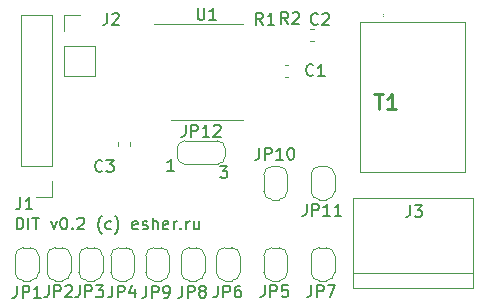
<source format=gbr>
G04 #@! TF.GenerationSoftware,KiCad,Pcbnew,(6.0.2)*
G04 #@! TF.CreationDate,2022-07-04T11:46:19+05:00*
G04 #@! TF.ProjectId,18bit-DIT,31386269-742d-4444-9954-2e6b69636164,rev?*
G04 #@! TF.SameCoordinates,Original*
G04 #@! TF.FileFunction,Legend,Top*
G04 #@! TF.FilePolarity,Positive*
%FSLAX46Y46*%
G04 Gerber Fmt 4.6, Leading zero omitted, Abs format (unit mm)*
G04 Created by KiCad (PCBNEW (6.0.2)) date 2022-07-04 11:46:19*
%MOMM*%
%LPD*%
G01*
G04 APERTURE LIST*
%ADD10C,0.150000*%
%ADD11C,0.254000*%
%ADD12C,0.120000*%
%ADD13C,0.100000*%
G04 APERTURE END LIST*
D10*
X125075714Y-71922380D02*
X125075714Y-70922380D01*
X125313809Y-70922380D01*
X125456666Y-70970000D01*
X125551904Y-71065238D01*
X125599523Y-71160476D01*
X125647142Y-71350952D01*
X125647142Y-71493809D01*
X125599523Y-71684285D01*
X125551904Y-71779523D01*
X125456666Y-71874761D01*
X125313809Y-71922380D01*
X125075714Y-71922380D01*
X126075714Y-71922380D02*
X126075714Y-70922380D01*
X126409047Y-70922380D02*
X126980476Y-70922380D01*
X126694761Y-71922380D02*
X126694761Y-70922380D01*
X127980476Y-71255714D02*
X128218571Y-71922380D01*
X128456666Y-71255714D01*
X129028095Y-70922380D02*
X129123333Y-70922380D01*
X129218571Y-70970000D01*
X129266190Y-71017619D01*
X129313809Y-71112857D01*
X129361428Y-71303333D01*
X129361428Y-71541428D01*
X129313809Y-71731904D01*
X129266190Y-71827142D01*
X129218571Y-71874761D01*
X129123333Y-71922380D01*
X129028095Y-71922380D01*
X128932857Y-71874761D01*
X128885238Y-71827142D01*
X128837619Y-71731904D01*
X128790000Y-71541428D01*
X128790000Y-71303333D01*
X128837619Y-71112857D01*
X128885238Y-71017619D01*
X128932857Y-70970000D01*
X129028095Y-70922380D01*
X129790000Y-71827142D02*
X129837619Y-71874761D01*
X129790000Y-71922380D01*
X129742380Y-71874761D01*
X129790000Y-71827142D01*
X129790000Y-71922380D01*
X130218571Y-71017619D02*
X130266190Y-70970000D01*
X130361428Y-70922380D01*
X130599523Y-70922380D01*
X130694761Y-70970000D01*
X130742380Y-71017619D01*
X130790000Y-71112857D01*
X130790000Y-71208095D01*
X130742380Y-71350952D01*
X130170952Y-71922380D01*
X130790000Y-71922380D01*
X132266190Y-72303333D02*
X132218571Y-72255714D01*
X132123333Y-72112857D01*
X132075714Y-72017619D01*
X132028095Y-71874761D01*
X131980476Y-71636666D01*
X131980476Y-71446190D01*
X132028095Y-71208095D01*
X132075714Y-71065238D01*
X132123333Y-70970000D01*
X132218571Y-70827142D01*
X132266190Y-70779523D01*
X133075714Y-71874761D02*
X132980476Y-71922380D01*
X132790000Y-71922380D01*
X132694761Y-71874761D01*
X132647142Y-71827142D01*
X132599523Y-71731904D01*
X132599523Y-71446190D01*
X132647142Y-71350952D01*
X132694761Y-71303333D01*
X132790000Y-71255714D01*
X132980476Y-71255714D01*
X133075714Y-71303333D01*
X133409047Y-72303333D02*
X133456666Y-72255714D01*
X133551904Y-72112857D01*
X133599523Y-72017619D01*
X133647142Y-71874761D01*
X133694761Y-71636666D01*
X133694761Y-71446190D01*
X133647142Y-71208095D01*
X133599523Y-71065238D01*
X133551904Y-70970000D01*
X133456666Y-70827142D01*
X133409047Y-70779523D01*
X135313809Y-71874761D02*
X135218571Y-71922380D01*
X135028095Y-71922380D01*
X134932857Y-71874761D01*
X134885238Y-71779523D01*
X134885238Y-71398571D01*
X134932857Y-71303333D01*
X135028095Y-71255714D01*
X135218571Y-71255714D01*
X135313809Y-71303333D01*
X135361428Y-71398571D01*
X135361428Y-71493809D01*
X134885238Y-71589047D01*
X135742380Y-71874761D02*
X135837619Y-71922380D01*
X136028095Y-71922380D01*
X136123333Y-71874761D01*
X136170952Y-71779523D01*
X136170952Y-71731904D01*
X136123333Y-71636666D01*
X136028095Y-71589047D01*
X135885238Y-71589047D01*
X135790000Y-71541428D01*
X135742380Y-71446190D01*
X135742380Y-71398571D01*
X135790000Y-71303333D01*
X135885238Y-71255714D01*
X136028095Y-71255714D01*
X136123333Y-71303333D01*
X136599523Y-71922380D02*
X136599523Y-70922380D01*
X137028095Y-71922380D02*
X137028095Y-71398571D01*
X136980476Y-71303333D01*
X136885238Y-71255714D01*
X136742380Y-71255714D01*
X136647142Y-71303333D01*
X136599523Y-71350952D01*
X137885238Y-71874761D02*
X137790000Y-71922380D01*
X137599523Y-71922380D01*
X137504285Y-71874761D01*
X137456666Y-71779523D01*
X137456666Y-71398571D01*
X137504285Y-71303333D01*
X137599523Y-71255714D01*
X137790000Y-71255714D01*
X137885238Y-71303333D01*
X137932857Y-71398571D01*
X137932857Y-71493809D01*
X137456666Y-71589047D01*
X138361428Y-71922380D02*
X138361428Y-71255714D01*
X138361428Y-71446190D02*
X138409047Y-71350952D01*
X138456666Y-71303333D01*
X138551904Y-71255714D01*
X138647142Y-71255714D01*
X138980476Y-71827142D02*
X139028095Y-71874761D01*
X138980476Y-71922380D01*
X138932857Y-71874761D01*
X138980476Y-71827142D01*
X138980476Y-71922380D01*
X139456666Y-71922380D02*
X139456666Y-71255714D01*
X139456666Y-71446190D02*
X139504285Y-71350952D01*
X139551904Y-71303333D01*
X139647142Y-71255714D01*
X139742380Y-71255714D01*
X140504285Y-71255714D02*
X140504285Y-71922380D01*
X140075714Y-71255714D02*
X140075714Y-71779523D01*
X140123333Y-71874761D01*
X140218571Y-71922380D01*
X140361428Y-71922380D01*
X140456666Y-71874761D01*
X140504285Y-71827142D01*
X150583333Y-54527142D02*
X150535714Y-54574761D01*
X150392857Y-54622380D01*
X150297619Y-54622380D01*
X150154761Y-54574761D01*
X150059523Y-54479523D01*
X150011904Y-54384285D01*
X149964285Y-54193809D01*
X149964285Y-54050952D01*
X150011904Y-53860476D01*
X150059523Y-53765238D01*
X150154761Y-53670000D01*
X150297619Y-53622380D01*
X150392857Y-53622380D01*
X150535714Y-53670000D01*
X150583333Y-53717619D01*
X150964285Y-53717619D02*
X151011904Y-53670000D01*
X151107142Y-53622380D01*
X151345238Y-53622380D01*
X151440476Y-53670000D01*
X151488095Y-53717619D01*
X151535714Y-53812857D01*
X151535714Y-53908095D01*
X151488095Y-54050952D01*
X150916666Y-54622380D01*
X151535714Y-54622380D01*
X125406666Y-69212380D02*
X125406666Y-69926666D01*
X125359047Y-70069523D01*
X125263809Y-70164761D01*
X125120952Y-70212380D01*
X125025714Y-70212380D01*
X126406666Y-70212380D02*
X125835238Y-70212380D01*
X126120952Y-70212380D02*
X126120952Y-69212380D01*
X126025714Y-69355238D01*
X125930476Y-69450476D01*
X125835238Y-69498095D01*
X158396666Y-69872380D02*
X158396666Y-70586666D01*
X158349047Y-70729523D01*
X158253809Y-70824761D01*
X158110952Y-70872380D01*
X158015714Y-70872380D01*
X158777619Y-69872380D02*
X159396666Y-69872380D01*
X159063333Y-70253333D01*
X159206190Y-70253333D01*
X159301428Y-70300952D01*
X159349047Y-70348571D01*
X159396666Y-70443809D01*
X159396666Y-70681904D01*
X159349047Y-70777142D01*
X159301428Y-70824761D01*
X159206190Y-70872380D01*
X158920476Y-70872380D01*
X158825238Y-70824761D01*
X158777619Y-70777142D01*
X145943333Y-54582380D02*
X145610000Y-54106190D01*
X145371904Y-54582380D02*
X145371904Y-53582380D01*
X145752857Y-53582380D01*
X145848095Y-53630000D01*
X145895714Y-53677619D01*
X145943333Y-53772857D01*
X145943333Y-53915714D01*
X145895714Y-54010952D01*
X145848095Y-54058571D01*
X145752857Y-54106190D01*
X145371904Y-54106190D01*
X146895714Y-54582380D02*
X146324285Y-54582380D01*
X146610000Y-54582380D02*
X146610000Y-53582380D01*
X146514761Y-53725238D01*
X146419523Y-53820476D01*
X146324285Y-53868095D01*
X148073333Y-54542380D02*
X147740000Y-54066190D01*
X147501904Y-54542380D02*
X147501904Y-53542380D01*
X147882857Y-53542380D01*
X147978095Y-53590000D01*
X148025714Y-53637619D01*
X148073333Y-53732857D01*
X148073333Y-53875714D01*
X148025714Y-53970952D01*
X147978095Y-54018571D01*
X147882857Y-54066190D01*
X147501904Y-54066190D01*
X148454285Y-53637619D02*
X148501904Y-53590000D01*
X148597142Y-53542380D01*
X148835238Y-53542380D01*
X148930476Y-53590000D01*
X148978095Y-53637619D01*
X149025714Y-53732857D01*
X149025714Y-53828095D01*
X148978095Y-53970952D01*
X148406666Y-54542380D01*
X149025714Y-54542380D01*
X140408095Y-53192380D02*
X140408095Y-54001904D01*
X140455714Y-54097142D01*
X140503333Y-54144761D01*
X140598571Y-54192380D01*
X140789047Y-54192380D01*
X140884285Y-54144761D01*
X140931904Y-54097142D01*
X140979523Y-54001904D01*
X140979523Y-53192380D01*
X141979523Y-54192380D02*
X141408095Y-54192380D01*
X141693809Y-54192380D02*
X141693809Y-53192380D01*
X141598571Y-53335238D01*
X141503333Y-53430476D01*
X141408095Y-53478095D01*
X132333333Y-66957142D02*
X132285714Y-67004761D01*
X132142857Y-67052380D01*
X132047619Y-67052380D01*
X131904761Y-67004761D01*
X131809523Y-66909523D01*
X131761904Y-66814285D01*
X131714285Y-66623809D01*
X131714285Y-66480952D01*
X131761904Y-66290476D01*
X131809523Y-66195238D01*
X131904761Y-66100000D01*
X132047619Y-66052380D01*
X132142857Y-66052380D01*
X132285714Y-66100000D01*
X132333333Y-66147619D01*
X132666666Y-66052380D02*
X133285714Y-66052380D01*
X132952380Y-66433333D01*
X133095238Y-66433333D01*
X133190476Y-66480952D01*
X133238095Y-66528571D01*
X133285714Y-66623809D01*
X133285714Y-66861904D01*
X133238095Y-66957142D01*
X133190476Y-67004761D01*
X133095238Y-67052380D01*
X132809523Y-67052380D01*
X132714285Y-67004761D01*
X132666666Y-66957142D01*
X125106666Y-76712380D02*
X125106666Y-77426666D01*
X125059047Y-77569523D01*
X124963809Y-77664761D01*
X124820952Y-77712380D01*
X124725714Y-77712380D01*
X125582857Y-77712380D02*
X125582857Y-76712380D01*
X125963809Y-76712380D01*
X126059047Y-76760000D01*
X126106666Y-76807619D01*
X126154285Y-76902857D01*
X126154285Y-77045714D01*
X126106666Y-77140952D01*
X126059047Y-77188571D01*
X125963809Y-77236190D01*
X125582857Y-77236190D01*
X127106666Y-77712380D02*
X126535238Y-77712380D01*
X126820952Y-77712380D02*
X126820952Y-76712380D01*
X126725714Y-76855238D01*
X126630476Y-76950476D01*
X126535238Y-76998095D01*
X127786666Y-76662380D02*
X127786666Y-77376666D01*
X127739047Y-77519523D01*
X127643809Y-77614761D01*
X127500952Y-77662380D01*
X127405714Y-77662380D01*
X128262857Y-77662380D02*
X128262857Y-76662380D01*
X128643809Y-76662380D01*
X128739047Y-76710000D01*
X128786666Y-76757619D01*
X128834285Y-76852857D01*
X128834285Y-76995714D01*
X128786666Y-77090952D01*
X128739047Y-77138571D01*
X128643809Y-77186190D01*
X128262857Y-77186190D01*
X129215238Y-76757619D02*
X129262857Y-76710000D01*
X129358095Y-76662380D01*
X129596190Y-76662380D01*
X129691428Y-76710000D01*
X129739047Y-76757619D01*
X129786666Y-76852857D01*
X129786666Y-76948095D01*
X129739047Y-77090952D01*
X129167619Y-77662380D01*
X129786666Y-77662380D01*
X130406666Y-76662380D02*
X130406666Y-77376666D01*
X130359047Y-77519523D01*
X130263809Y-77614761D01*
X130120952Y-77662380D01*
X130025714Y-77662380D01*
X130882857Y-77662380D02*
X130882857Y-76662380D01*
X131263809Y-76662380D01*
X131359047Y-76710000D01*
X131406666Y-76757619D01*
X131454285Y-76852857D01*
X131454285Y-76995714D01*
X131406666Y-77090952D01*
X131359047Y-77138571D01*
X131263809Y-77186190D01*
X130882857Y-77186190D01*
X131787619Y-76662380D02*
X132406666Y-76662380D01*
X132073333Y-77043333D01*
X132216190Y-77043333D01*
X132311428Y-77090952D01*
X132359047Y-77138571D01*
X132406666Y-77233809D01*
X132406666Y-77471904D01*
X132359047Y-77567142D01*
X132311428Y-77614761D01*
X132216190Y-77662380D01*
X131930476Y-77662380D01*
X131835238Y-77614761D01*
X131787619Y-77567142D01*
X133176666Y-76682380D02*
X133176666Y-77396666D01*
X133129047Y-77539523D01*
X133033809Y-77634761D01*
X132890952Y-77682380D01*
X132795714Y-77682380D01*
X133652857Y-77682380D02*
X133652857Y-76682380D01*
X134033809Y-76682380D01*
X134129047Y-76730000D01*
X134176666Y-76777619D01*
X134224285Y-76872857D01*
X134224285Y-77015714D01*
X134176666Y-77110952D01*
X134129047Y-77158571D01*
X134033809Y-77206190D01*
X133652857Y-77206190D01*
X135081428Y-77015714D02*
X135081428Y-77682380D01*
X134843333Y-76634761D02*
X134605238Y-77349047D01*
X135224285Y-77349047D01*
X146076666Y-76652380D02*
X146076666Y-77366666D01*
X146029047Y-77509523D01*
X145933809Y-77604761D01*
X145790952Y-77652380D01*
X145695714Y-77652380D01*
X146552857Y-77652380D02*
X146552857Y-76652380D01*
X146933809Y-76652380D01*
X147029047Y-76700000D01*
X147076666Y-76747619D01*
X147124285Y-76842857D01*
X147124285Y-76985714D01*
X147076666Y-77080952D01*
X147029047Y-77128571D01*
X146933809Y-77176190D01*
X146552857Y-77176190D01*
X148029047Y-76652380D02*
X147552857Y-76652380D01*
X147505238Y-77128571D01*
X147552857Y-77080952D01*
X147648095Y-77033333D01*
X147886190Y-77033333D01*
X147981428Y-77080952D01*
X148029047Y-77128571D01*
X148076666Y-77223809D01*
X148076666Y-77461904D01*
X148029047Y-77557142D01*
X147981428Y-77604761D01*
X147886190Y-77652380D01*
X147648095Y-77652380D01*
X147552857Y-77604761D01*
X147505238Y-77557142D01*
X142106666Y-76682380D02*
X142106666Y-77396666D01*
X142059047Y-77539523D01*
X141963809Y-77634761D01*
X141820952Y-77682380D01*
X141725714Y-77682380D01*
X142582857Y-77682380D02*
X142582857Y-76682380D01*
X142963809Y-76682380D01*
X143059047Y-76730000D01*
X143106666Y-76777619D01*
X143154285Y-76872857D01*
X143154285Y-77015714D01*
X143106666Y-77110952D01*
X143059047Y-77158571D01*
X142963809Y-77206190D01*
X142582857Y-77206190D01*
X144011428Y-76682380D02*
X143820952Y-76682380D01*
X143725714Y-76730000D01*
X143678095Y-76777619D01*
X143582857Y-76920476D01*
X143535238Y-77110952D01*
X143535238Y-77491904D01*
X143582857Y-77587142D01*
X143630476Y-77634761D01*
X143725714Y-77682380D01*
X143916190Y-77682380D01*
X144011428Y-77634761D01*
X144059047Y-77587142D01*
X144106666Y-77491904D01*
X144106666Y-77253809D01*
X144059047Y-77158571D01*
X144011428Y-77110952D01*
X143916190Y-77063333D01*
X143725714Y-77063333D01*
X143630476Y-77110952D01*
X143582857Y-77158571D01*
X143535238Y-77253809D01*
X150026666Y-76642380D02*
X150026666Y-77356666D01*
X149979047Y-77499523D01*
X149883809Y-77594761D01*
X149740952Y-77642380D01*
X149645714Y-77642380D01*
X150502857Y-77642380D02*
X150502857Y-76642380D01*
X150883809Y-76642380D01*
X150979047Y-76690000D01*
X151026666Y-76737619D01*
X151074285Y-76832857D01*
X151074285Y-76975714D01*
X151026666Y-77070952D01*
X150979047Y-77118571D01*
X150883809Y-77166190D01*
X150502857Y-77166190D01*
X151407619Y-76642380D02*
X152074285Y-76642380D01*
X151645714Y-77642380D01*
X139096666Y-76702380D02*
X139096666Y-77416666D01*
X139049047Y-77559523D01*
X138953809Y-77654761D01*
X138810952Y-77702380D01*
X138715714Y-77702380D01*
X139572857Y-77702380D02*
X139572857Y-76702380D01*
X139953809Y-76702380D01*
X140049047Y-76750000D01*
X140096666Y-76797619D01*
X140144285Y-76892857D01*
X140144285Y-77035714D01*
X140096666Y-77130952D01*
X140049047Y-77178571D01*
X139953809Y-77226190D01*
X139572857Y-77226190D01*
X140715714Y-77130952D02*
X140620476Y-77083333D01*
X140572857Y-77035714D01*
X140525238Y-76940476D01*
X140525238Y-76892857D01*
X140572857Y-76797619D01*
X140620476Y-76750000D01*
X140715714Y-76702380D01*
X140906190Y-76702380D01*
X141001428Y-76750000D01*
X141049047Y-76797619D01*
X141096666Y-76892857D01*
X141096666Y-76940476D01*
X141049047Y-77035714D01*
X141001428Y-77083333D01*
X140906190Y-77130952D01*
X140715714Y-77130952D01*
X140620476Y-77178571D01*
X140572857Y-77226190D01*
X140525238Y-77321428D01*
X140525238Y-77511904D01*
X140572857Y-77607142D01*
X140620476Y-77654761D01*
X140715714Y-77702380D01*
X140906190Y-77702380D01*
X141001428Y-77654761D01*
X141049047Y-77607142D01*
X141096666Y-77511904D01*
X141096666Y-77321428D01*
X141049047Y-77226190D01*
X141001428Y-77178571D01*
X140906190Y-77130952D01*
X136056666Y-76722380D02*
X136056666Y-77436666D01*
X136009047Y-77579523D01*
X135913809Y-77674761D01*
X135770952Y-77722380D01*
X135675714Y-77722380D01*
X136532857Y-77722380D02*
X136532857Y-76722380D01*
X136913809Y-76722380D01*
X137009047Y-76770000D01*
X137056666Y-76817619D01*
X137104285Y-76912857D01*
X137104285Y-77055714D01*
X137056666Y-77150952D01*
X137009047Y-77198571D01*
X136913809Y-77246190D01*
X136532857Y-77246190D01*
X137580476Y-77722380D02*
X137770952Y-77722380D01*
X137866190Y-77674761D01*
X137913809Y-77627142D01*
X138009047Y-77484285D01*
X138056666Y-77293809D01*
X138056666Y-76912857D01*
X138009047Y-76817619D01*
X137961428Y-76770000D01*
X137866190Y-76722380D01*
X137675714Y-76722380D01*
X137580476Y-76770000D01*
X137532857Y-76817619D01*
X137485238Y-76912857D01*
X137485238Y-77150952D01*
X137532857Y-77246190D01*
X137580476Y-77293809D01*
X137675714Y-77341428D01*
X137866190Y-77341428D01*
X137961428Y-77293809D01*
X138009047Y-77246190D01*
X138056666Y-77150952D01*
X145630476Y-65022380D02*
X145630476Y-65736666D01*
X145582857Y-65879523D01*
X145487619Y-65974761D01*
X145344761Y-66022380D01*
X145249523Y-66022380D01*
X146106666Y-66022380D02*
X146106666Y-65022380D01*
X146487619Y-65022380D01*
X146582857Y-65070000D01*
X146630476Y-65117619D01*
X146678095Y-65212857D01*
X146678095Y-65355714D01*
X146630476Y-65450952D01*
X146582857Y-65498571D01*
X146487619Y-65546190D01*
X146106666Y-65546190D01*
X147630476Y-66022380D02*
X147059047Y-66022380D01*
X147344761Y-66022380D02*
X147344761Y-65022380D01*
X147249523Y-65165238D01*
X147154285Y-65260476D01*
X147059047Y-65308095D01*
X148249523Y-65022380D02*
X148344761Y-65022380D01*
X148440000Y-65070000D01*
X148487619Y-65117619D01*
X148535238Y-65212857D01*
X148582857Y-65403333D01*
X148582857Y-65641428D01*
X148535238Y-65831904D01*
X148487619Y-65927142D01*
X148440000Y-65974761D01*
X148344761Y-66022380D01*
X148249523Y-66022380D01*
X148154285Y-65974761D01*
X148106666Y-65927142D01*
X148059047Y-65831904D01*
X148011428Y-65641428D01*
X148011428Y-65403333D01*
X148059047Y-65212857D01*
X148106666Y-65117619D01*
X148154285Y-65070000D01*
X148249523Y-65022380D01*
X149630476Y-69782380D02*
X149630476Y-70496666D01*
X149582857Y-70639523D01*
X149487619Y-70734761D01*
X149344761Y-70782380D01*
X149249523Y-70782380D01*
X150106666Y-70782380D02*
X150106666Y-69782380D01*
X150487619Y-69782380D01*
X150582857Y-69830000D01*
X150630476Y-69877619D01*
X150678095Y-69972857D01*
X150678095Y-70115714D01*
X150630476Y-70210952D01*
X150582857Y-70258571D01*
X150487619Y-70306190D01*
X150106666Y-70306190D01*
X151630476Y-70782380D02*
X151059047Y-70782380D01*
X151344761Y-70782380D02*
X151344761Y-69782380D01*
X151249523Y-69925238D01*
X151154285Y-70020476D01*
X151059047Y-70068095D01*
X152582857Y-70782380D02*
X152011428Y-70782380D01*
X152297142Y-70782380D02*
X152297142Y-69782380D01*
X152201904Y-69925238D01*
X152106666Y-70020476D01*
X152011428Y-70068095D01*
D11*
X155372380Y-60484523D02*
X156098095Y-60484523D01*
X155735238Y-61754523D02*
X155735238Y-60484523D01*
X157186666Y-61754523D02*
X156460952Y-61754523D01*
X156823809Y-61754523D02*
X156823809Y-60484523D01*
X156702857Y-60665952D01*
X156581904Y-60786904D01*
X156460952Y-60847380D01*
D10*
X139390476Y-63072380D02*
X139390476Y-63786666D01*
X139342857Y-63929523D01*
X139247619Y-64024761D01*
X139104761Y-64072380D01*
X139009523Y-64072380D01*
X139866666Y-64072380D02*
X139866666Y-63072380D01*
X140247619Y-63072380D01*
X140342857Y-63120000D01*
X140390476Y-63167619D01*
X140438095Y-63262857D01*
X140438095Y-63405714D01*
X140390476Y-63500952D01*
X140342857Y-63548571D01*
X140247619Y-63596190D01*
X139866666Y-63596190D01*
X141390476Y-64072380D02*
X140819047Y-64072380D01*
X141104761Y-64072380D02*
X141104761Y-63072380D01*
X141009523Y-63215238D01*
X140914285Y-63310476D01*
X140819047Y-63358095D01*
X141771428Y-63167619D02*
X141819047Y-63120000D01*
X141914285Y-63072380D01*
X142152380Y-63072380D01*
X142247619Y-63120000D01*
X142295238Y-63167619D01*
X142342857Y-63262857D01*
X142342857Y-63358095D01*
X142295238Y-63500952D01*
X141723809Y-64072380D01*
X142342857Y-64072380D01*
X138405714Y-66962380D02*
X137834285Y-66962380D01*
X138120000Y-66962380D02*
X138120000Y-65962380D01*
X138024761Y-66105238D01*
X137929523Y-66200476D01*
X137834285Y-66248095D01*
X142306666Y-66562380D02*
X142925714Y-66562380D01*
X142592380Y-66943333D01*
X142735238Y-66943333D01*
X142830476Y-66990952D01*
X142878095Y-67038571D01*
X142925714Y-67133809D01*
X142925714Y-67371904D01*
X142878095Y-67467142D01*
X142830476Y-67514761D01*
X142735238Y-67562380D01*
X142449523Y-67562380D01*
X142354285Y-67514761D01*
X142306666Y-67467142D01*
X150203333Y-58847142D02*
X150155714Y-58894761D01*
X150012857Y-58942380D01*
X149917619Y-58942380D01*
X149774761Y-58894761D01*
X149679523Y-58799523D01*
X149631904Y-58704285D01*
X149584285Y-58513809D01*
X149584285Y-58370952D01*
X149631904Y-58180476D01*
X149679523Y-58085238D01*
X149774761Y-57990000D01*
X149917619Y-57942380D01*
X150012857Y-57942380D01*
X150155714Y-57990000D01*
X150203333Y-58037619D01*
X151155714Y-58942380D02*
X150584285Y-58942380D01*
X150870000Y-58942380D02*
X150870000Y-57942380D01*
X150774761Y-58085238D01*
X150679523Y-58180476D01*
X150584285Y-58228095D01*
X132744666Y-53614380D02*
X132744666Y-54328666D01*
X132697047Y-54471523D01*
X132601809Y-54566761D01*
X132458952Y-54614380D01*
X132363714Y-54614380D01*
X133173238Y-53709619D02*
X133220857Y-53662000D01*
X133316095Y-53614380D01*
X133554190Y-53614380D01*
X133649428Y-53662000D01*
X133697047Y-53709619D01*
X133744666Y-53804857D01*
X133744666Y-53900095D01*
X133697047Y-54042952D01*
X133125619Y-54614380D01*
X133744666Y-54614380D01*
D12*
X150252779Y-56000000D02*
X149927221Y-56000000D01*
X150252779Y-54980000D02*
X149927221Y-54980000D01*
X128076000Y-66548000D02*
X128076000Y-53788000D01*
X125416000Y-66548000D02*
X125416000Y-53788000D01*
X128076000Y-69148000D02*
X126746000Y-69148000D01*
X128076000Y-67818000D02*
X128076000Y-69148000D01*
X128076000Y-66548000D02*
X125416000Y-66548000D01*
X128076000Y-53788000D02*
X125416000Y-53788000D01*
X163740000Y-76890000D02*
X163740000Y-69270000D01*
X163740000Y-75620000D02*
X153580000Y-75620000D01*
X153580000Y-76890000D02*
X163740000Y-76890000D01*
X163740000Y-69270000D02*
X153580000Y-69270000D01*
X153580000Y-69270000D02*
X153580000Y-76890000D01*
X141170000Y-62625000D02*
X138120000Y-62625000D01*
X141170000Y-54555000D02*
X144220000Y-54555000D01*
X141170000Y-62625000D02*
X144220000Y-62625000D01*
X141170000Y-54555000D02*
X136720000Y-54555000D01*
X134660000Y-64872779D02*
X134660000Y-64547221D01*
X133640000Y-64872779D02*
X133640000Y-64547221D01*
X126950000Y-74170000D02*
X126950000Y-75570000D01*
X124950000Y-75570000D02*
X124950000Y-74170000D01*
X126250000Y-76270000D02*
X125650000Y-76270000D01*
X125650000Y-73470000D02*
X126250000Y-73470000D01*
X124950000Y-75570000D02*
G75*
G03*
X125650000Y-76270000I699999J-1D01*
G01*
X126950000Y-74170000D02*
G75*
G03*
X126250000Y-73470000I-699999J1D01*
G01*
X126250000Y-76270000D02*
G75*
G03*
X126950000Y-75570000I1J699999D01*
G01*
X125650000Y-73470000D02*
G75*
G03*
X124950000Y-74170000I-1J-699999D01*
G01*
X127650000Y-75570000D02*
X127650000Y-74170000D01*
X128950000Y-76270000D02*
X128350000Y-76270000D01*
X129650000Y-74170000D02*
X129650000Y-75570000D01*
X128350000Y-73470000D02*
X128950000Y-73470000D01*
X129650000Y-74170000D02*
G75*
G03*
X128950000Y-73470000I-699999J1D01*
G01*
X128950000Y-76270000D02*
G75*
G03*
X129650000Y-75570000I1J699999D01*
G01*
X128350000Y-73470000D02*
G75*
G03*
X127650000Y-74170000I-1J-699999D01*
G01*
X127650000Y-75570000D02*
G75*
G03*
X128350000Y-76270000I699999J-1D01*
G01*
X132350000Y-74170000D02*
X132350000Y-75570000D01*
X131050000Y-73470000D02*
X131650000Y-73470000D01*
X130350000Y-75570000D02*
X130350000Y-74170000D01*
X131650000Y-76270000D02*
X131050000Y-76270000D01*
X131650000Y-76270000D02*
G75*
G03*
X132350000Y-75570000I1J699999D01*
G01*
X131050000Y-73470000D02*
G75*
G03*
X130350000Y-74170000I-1J-699999D01*
G01*
X132350000Y-74170000D02*
G75*
G03*
X131650000Y-73470000I-699999J1D01*
G01*
X130350000Y-75570000D02*
G75*
G03*
X131050000Y-76270000I699999J-1D01*
G01*
X135050000Y-74170000D02*
X135050000Y-75570000D01*
X133050000Y-75570000D02*
X133050000Y-74170000D01*
X134350000Y-76270000D02*
X133750000Y-76270000D01*
X133750000Y-73470000D02*
X134350000Y-73470000D01*
X135050000Y-74170000D02*
G75*
G03*
X134350000Y-73470000I-699999J1D01*
G01*
X133750000Y-73470000D02*
G75*
G03*
X133050000Y-74170000I-1J-699999D01*
G01*
X133050000Y-75570000D02*
G75*
G03*
X133750000Y-76270000I699999J-1D01*
G01*
X134350000Y-76270000D02*
G75*
G03*
X135050000Y-75570000I1J699999D01*
G01*
X146000000Y-75570000D02*
X146000000Y-74170000D01*
X146700000Y-73470000D02*
X147300000Y-73470000D01*
X147300000Y-76270000D02*
X146700000Y-76270000D01*
X148000000Y-74170000D02*
X148000000Y-75570000D01*
X148000000Y-74170000D02*
G75*
G03*
X147300000Y-73470000I-699999J1D01*
G01*
X147300000Y-76270000D02*
G75*
G03*
X148000000Y-75570000I1J699999D01*
G01*
X146700000Y-73470000D02*
G75*
G03*
X146000000Y-74170000I-1J-699999D01*
G01*
X146000000Y-75570000D02*
G75*
G03*
X146700000Y-76270000I699999J-1D01*
G01*
X144000000Y-74170000D02*
X144000000Y-75570000D01*
X142700000Y-73470000D02*
X143300000Y-73470000D01*
X142000000Y-75570000D02*
X142000000Y-74170000D01*
X143300000Y-76270000D02*
X142700000Y-76270000D01*
X144000000Y-74170000D02*
G75*
G03*
X143300000Y-73470000I-699999J1D01*
G01*
X143300000Y-76270000D02*
G75*
G03*
X144000000Y-75570000I1J699999D01*
G01*
X142000000Y-75570000D02*
G75*
G03*
X142700000Y-76270000I699999J-1D01*
G01*
X142700000Y-73470000D02*
G75*
G03*
X142000000Y-74170000I-1J-699999D01*
G01*
X152000000Y-74170000D02*
X152000000Y-75570000D01*
X150700000Y-73470000D02*
X151300000Y-73470000D01*
X151300000Y-76270000D02*
X150700000Y-76270000D01*
X150000000Y-75570000D02*
X150000000Y-74170000D01*
X151300000Y-76270000D02*
G75*
G03*
X152000000Y-75570000I1J699999D01*
G01*
X150000000Y-75570000D02*
G75*
G03*
X150700000Y-76270000I699999J-1D01*
G01*
X152000000Y-74170000D02*
G75*
G03*
X151300000Y-73470000I-699999J1D01*
G01*
X150700000Y-73470000D02*
G75*
G03*
X150000000Y-74170000I-1J-699999D01*
G01*
X139000000Y-75570000D02*
X139000000Y-74170000D01*
X140300000Y-76270000D02*
X139700000Y-76270000D01*
X139700000Y-73470000D02*
X140300000Y-73470000D01*
X141000000Y-74170000D02*
X141000000Y-75570000D01*
X139000000Y-75570000D02*
G75*
G03*
X139700000Y-76270000I699999J-1D01*
G01*
X139700000Y-73470000D02*
G75*
G03*
X139000000Y-74170000I-1J-699999D01*
G01*
X140300000Y-76270000D02*
G75*
G03*
X141000000Y-75570000I1J699999D01*
G01*
X141000000Y-74170000D02*
G75*
G03*
X140300000Y-73470000I-699999J1D01*
G01*
X136700000Y-73470000D02*
X137300000Y-73470000D01*
X137300000Y-76270000D02*
X136700000Y-76270000D01*
X138000000Y-74170000D02*
X138000000Y-75570000D01*
X136000000Y-75570000D02*
X136000000Y-74170000D01*
X138000000Y-74170000D02*
G75*
G03*
X137300000Y-73470000I-699999J1D01*
G01*
X136700000Y-73470000D02*
G75*
G03*
X136000000Y-74170000I-1J-699999D01*
G01*
X137300000Y-76270000D02*
G75*
G03*
X138000000Y-75570000I1J699999D01*
G01*
X136000000Y-75570000D02*
G75*
G03*
X136700000Y-76270000I699999J-1D01*
G01*
X148000000Y-67300000D02*
X148000000Y-68700000D01*
X146000000Y-68700000D02*
X146000000Y-67300000D01*
X147300000Y-69400000D02*
X146700000Y-69400000D01*
X146700000Y-66600000D02*
X147300000Y-66600000D01*
X146700000Y-66600000D02*
G75*
G03*
X146000000Y-67300000I-1J-699999D01*
G01*
X148000000Y-67300000D02*
G75*
G03*
X147300000Y-66600000I-699999J1D01*
G01*
X147300000Y-69400000D02*
G75*
G03*
X148000000Y-68700000I1J699999D01*
G01*
X146000000Y-68700000D02*
G75*
G03*
X146700000Y-69400000I699999J-1D01*
G01*
X152000000Y-67300000D02*
X152000000Y-68700000D01*
X151300000Y-69400000D02*
X150700000Y-69400000D01*
X150000000Y-68700000D02*
X150000000Y-67300000D01*
X150700000Y-66600000D02*
X151300000Y-66600000D01*
X150700000Y-66600000D02*
G75*
G03*
X150000000Y-67300000I-1J-699999D01*
G01*
X151300000Y-69400000D02*
G75*
G03*
X152000000Y-68700000I1J699999D01*
G01*
X150000000Y-68700000D02*
G75*
G03*
X150700000Y-69400000I699999J-1D01*
G01*
X152000000Y-67300000D02*
G75*
G03*
X151300000Y-66600000I-699999J1D01*
G01*
D13*
X163045000Y-54380000D02*
X163045000Y-67080000D01*
X156100000Y-53730000D02*
X156100000Y-53730000D01*
X163045000Y-67080000D02*
X154155000Y-67080000D01*
X156100000Y-53830000D02*
X156100000Y-53830000D01*
X154155000Y-67080000D02*
X154155000Y-54380000D01*
X154155000Y-54380000D02*
X163045000Y-54380000D01*
X156100000Y-53830000D02*
G75*
G03*
X156100000Y-53730000I0J50000D01*
G01*
X156100000Y-53730000D02*
G75*
G03*
X156100000Y-53830000I0J-50000D01*
G01*
D12*
X138650000Y-65720000D02*
X138650000Y-65120000D01*
X139300000Y-64420000D02*
X142100000Y-64420000D01*
X142100000Y-66420000D02*
X139300000Y-66420000D01*
X142750000Y-65120000D02*
X142750000Y-65720000D01*
X142750000Y-65120000D02*
G75*
G03*
X142050000Y-64420000I-699999J1D01*
G01*
X138650000Y-65720000D02*
G75*
G03*
X139350000Y-66420000I699999J-1D01*
G01*
X142050000Y-66420000D02*
G75*
G03*
X142750000Y-65720000I1J699999D01*
G01*
X139350000Y-64420000D02*
G75*
G03*
X138650000Y-65120000I-1J-699999D01*
G01*
X147767221Y-57970000D02*
X148092779Y-57970000D01*
X147767221Y-58990000D02*
X148092779Y-58990000D01*
X129080000Y-56380000D02*
X131740000Y-56380000D01*
X129080000Y-56380000D02*
X129080000Y-58980000D01*
X129080000Y-55110000D02*
X129080000Y-53780000D01*
X129080000Y-58980000D02*
X131740000Y-58980000D01*
X131740000Y-56380000D02*
X131740000Y-58980000D01*
X129080000Y-53780000D02*
X130410000Y-53780000D01*
M02*

</source>
